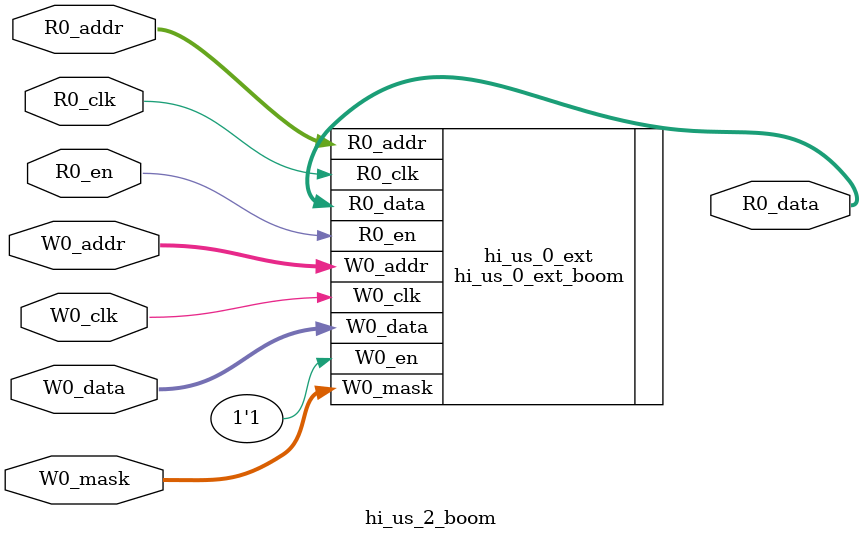
<source format=sv>
`ifndef RANDOMIZE
  `ifdef RANDOMIZE_REG_INIT
    `define RANDOMIZE
  `endif // RANDOMIZE_REG_INIT
`endif // not def RANDOMIZE
`ifndef RANDOMIZE
  `ifdef RANDOMIZE_MEM_INIT
    `define RANDOMIZE
  `endif // RANDOMIZE_MEM_INIT
`endif // not def RANDOMIZE

`ifndef RANDOM
  `define RANDOM $random
`endif // not def RANDOM

// Users can define 'PRINTF_COND' to add an extra gate to prints.
`ifndef PRINTF_COND_
  `ifdef PRINTF_COND
    `define PRINTF_COND_ (`PRINTF_COND)
  `else  // PRINTF_COND
    `define PRINTF_COND_ 1
  `endif // PRINTF_COND
`endif // not def PRINTF_COND_

// Users can define 'ASSERT_VERBOSE_COND' to add an extra gate to assert error printing.
`ifndef ASSERT_VERBOSE_COND_
  `ifdef ASSERT_VERBOSE_COND
    `define ASSERT_VERBOSE_COND_ (`ASSERT_VERBOSE_COND)
  `else  // ASSERT_VERBOSE_COND
    `define ASSERT_VERBOSE_COND_ 1
  `endif // ASSERT_VERBOSE_COND
`endif // not def ASSERT_VERBOSE_COND_

// Users can define 'STOP_COND' to add an extra gate to stop conditions.
`ifndef STOP_COND_
  `ifdef STOP_COND
    `define STOP_COND_ (`STOP_COND)
  `else  // STOP_COND
    `define STOP_COND_ 1
  `endif // STOP_COND
`endif // not def STOP_COND_

// Users can define INIT_RANDOM as general code that gets injected into the
// initializer block for modules with registers.
`ifndef INIT_RANDOM
  `define INIT_RANDOM
`endif // not def INIT_RANDOM

// If using random initialization, you can also define RANDOMIZE_DELAY to
// customize the delay used, otherwise 0.002 is used.
`ifndef RANDOMIZE_DELAY
  `define RANDOMIZE_DELAY 0.002
`endif // not def RANDOMIZE_DELAY

// Define INIT_RANDOM_PROLOG_ for use in our modules below.
`ifndef INIT_RANDOM_PROLOG_
  `ifdef RANDOMIZE
    `ifdef VERILATOR
      `define INIT_RANDOM_PROLOG_ `INIT_RANDOM
    `else  // VERILATOR
      `define INIT_RANDOM_PROLOG_ `INIT_RANDOM #`RANDOMIZE_DELAY begin end
    `endif // VERILATOR
  `else  // RANDOMIZE
    `define INIT_RANDOM_PROLOG_
  `endif // RANDOMIZE
`endif // not def INIT_RANDOM_PROLOG_

module hi_us_2_boom(	// @[tage.scala:89:27]
  input  [7:0] R0_addr,
  input        R0_en,
               R0_clk,
  input  [7:0] W0_addr,
  input        W0_clk,
  input  [3:0] W0_data,
               W0_mask,
  output [3:0] R0_data
);

  hi_us_0_ext_boom hi_us_0_ext (	// @[tage.scala:89:27]
    .R0_addr (R0_addr),
    .R0_en   (R0_en),
    .R0_clk  (R0_clk),
    .W0_addr (W0_addr),
    .W0_en   (1'h1),
    .W0_clk  (W0_clk),
    .W0_data (W0_data),
    .W0_mask (W0_mask),
    .R0_data (R0_data)
  );
endmodule


</source>
